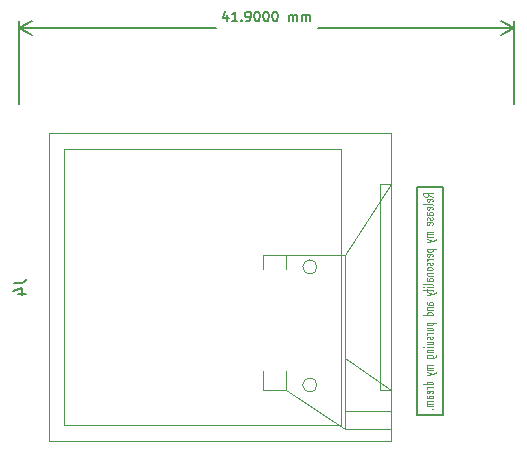
<source format=gbr>
%TF.GenerationSoftware,KiCad,Pcbnew,(6.0.0)*%
%TF.CreationDate,2022-02-08T22:33:11+08:00*%
%TF.ProjectId,screen,73637265-656e-42e6-9b69-6361645f7063,rev?*%
%TF.SameCoordinates,Original*%
%TF.FileFunction,Legend,Bot*%
%TF.FilePolarity,Positive*%
%FSLAX46Y46*%
G04 Gerber Fmt 4.6, Leading zero omitted, Abs format (unit mm)*
G04 Created by KiCad (PCBNEW (6.0.0)) date 2022-02-08 22:33:11*
%MOMM*%
%LPD*%
G01*
G04 APERTURE LIST*
%ADD10C,0.150000*%
%ADD11C,0.100000*%
%ADD12C,0.120000*%
G04 APERTURE END LIST*
D10*
X131155000Y-61530000D02*
X133365000Y-61530000D01*
X133365000Y-61530000D02*
X133365000Y-42230000D01*
X133365000Y-42230000D02*
X131155000Y-42230000D01*
X131155000Y-42230000D02*
X131155000Y-61530000D01*
D11*
X132526904Y-43022857D02*
X132145952Y-42856190D01*
X132526904Y-42737142D02*
X131726904Y-42737142D01*
X131726904Y-42927619D01*
X131765000Y-42975238D01*
X131803095Y-42999047D01*
X131879285Y-43022857D01*
X131993571Y-43022857D01*
X132069761Y-42999047D01*
X132107857Y-42975238D01*
X132145952Y-42927619D01*
X132145952Y-42737142D01*
X132488809Y-43427619D02*
X132526904Y-43380000D01*
X132526904Y-43284761D01*
X132488809Y-43237142D01*
X132412619Y-43213333D01*
X132107857Y-43213333D01*
X132031666Y-43237142D01*
X131993571Y-43284761D01*
X131993571Y-43380000D01*
X132031666Y-43427619D01*
X132107857Y-43451428D01*
X132184047Y-43451428D01*
X132260238Y-43213333D01*
X132526904Y-43737142D02*
X132488809Y-43689523D01*
X132412619Y-43665714D01*
X131726904Y-43665714D01*
X132488809Y-44118095D02*
X132526904Y-44070476D01*
X132526904Y-43975238D01*
X132488809Y-43927619D01*
X132412619Y-43903809D01*
X132107857Y-43903809D01*
X132031666Y-43927619D01*
X131993571Y-43975238D01*
X131993571Y-44070476D01*
X132031666Y-44118095D01*
X132107857Y-44141904D01*
X132184047Y-44141904D01*
X132260238Y-43903809D01*
X132526904Y-44570476D02*
X132107857Y-44570476D01*
X132031666Y-44546666D01*
X131993571Y-44499047D01*
X131993571Y-44403809D01*
X132031666Y-44356190D01*
X132488809Y-44570476D02*
X132526904Y-44522857D01*
X132526904Y-44403809D01*
X132488809Y-44356190D01*
X132412619Y-44332380D01*
X132336428Y-44332380D01*
X132260238Y-44356190D01*
X132222142Y-44403809D01*
X132222142Y-44522857D01*
X132184047Y-44570476D01*
X132488809Y-44784761D02*
X132526904Y-44832380D01*
X132526904Y-44927619D01*
X132488809Y-44975238D01*
X132412619Y-44999047D01*
X132374523Y-44999047D01*
X132298333Y-44975238D01*
X132260238Y-44927619D01*
X132260238Y-44856190D01*
X132222142Y-44808571D01*
X132145952Y-44784761D01*
X132107857Y-44784761D01*
X132031666Y-44808571D01*
X131993571Y-44856190D01*
X131993571Y-44927619D01*
X132031666Y-44975238D01*
X132488809Y-45403809D02*
X132526904Y-45356190D01*
X132526904Y-45260952D01*
X132488809Y-45213333D01*
X132412619Y-45189523D01*
X132107857Y-45189523D01*
X132031666Y-45213333D01*
X131993571Y-45260952D01*
X131993571Y-45356190D01*
X132031666Y-45403809D01*
X132107857Y-45427619D01*
X132184047Y-45427619D01*
X132260238Y-45189523D01*
X132526904Y-46022857D02*
X131993571Y-46022857D01*
X132069761Y-46022857D02*
X132031666Y-46046666D01*
X131993571Y-46094285D01*
X131993571Y-46165714D01*
X132031666Y-46213333D01*
X132107857Y-46237142D01*
X132526904Y-46237142D01*
X132107857Y-46237142D02*
X132031666Y-46260952D01*
X131993571Y-46308571D01*
X131993571Y-46380000D01*
X132031666Y-46427619D01*
X132107857Y-46451428D01*
X132526904Y-46451428D01*
X131993571Y-46641904D02*
X132526904Y-46760952D01*
X131993571Y-46880000D02*
X132526904Y-46760952D01*
X132717380Y-46713333D01*
X132755476Y-46689523D01*
X132793571Y-46641904D01*
X131993571Y-47451428D02*
X132793571Y-47451428D01*
X132031666Y-47451428D02*
X131993571Y-47499047D01*
X131993571Y-47594285D01*
X132031666Y-47641904D01*
X132069761Y-47665714D01*
X132145952Y-47689523D01*
X132374523Y-47689523D01*
X132450714Y-47665714D01*
X132488809Y-47641904D01*
X132526904Y-47594285D01*
X132526904Y-47499047D01*
X132488809Y-47451428D01*
X132488809Y-48094285D02*
X132526904Y-48046666D01*
X132526904Y-47951428D01*
X132488809Y-47903809D01*
X132412619Y-47880000D01*
X132107857Y-47880000D01*
X132031666Y-47903809D01*
X131993571Y-47951428D01*
X131993571Y-48046666D01*
X132031666Y-48094285D01*
X132107857Y-48118095D01*
X132184047Y-48118095D01*
X132260238Y-47880000D01*
X132526904Y-48332380D02*
X131993571Y-48332380D01*
X132145952Y-48332380D02*
X132069761Y-48356190D01*
X132031666Y-48380000D01*
X131993571Y-48427619D01*
X131993571Y-48475238D01*
X132488809Y-48618095D02*
X132526904Y-48665714D01*
X132526904Y-48760952D01*
X132488809Y-48808571D01*
X132412619Y-48832380D01*
X132374523Y-48832380D01*
X132298333Y-48808571D01*
X132260238Y-48760952D01*
X132260238Y-48689523D01*
X132222142Y-48641904D01*
X132145952Y-48618095D01*
X132107857Y-48618095D01*
X132031666Y-48641904D01*
X131993571Y-48689523D01*
X131993571Y-48760952D01*
X132031666Y-48808571D01*
X132526904Y-49118095D02*
X132488809Y-49070476D01*
X132450714Y-49046666D01*
X132374523Y-49022857D01*
X132145952Y-49022857D01*
X132069761Y-49046666D01*
X132031666Y-49070476D01*
X131993571Y-49118095D01*
X131993571Y-49189523D01*
X132031666Y-49237142D01*
X132069761Y-49260952D01*
X132145952Y-49284761D01*
X132374523Y-49284761D01*
X132450714Y-49260952D01*
X132488809Y-49237142D01*
X132526904Y-49189523D01*
X132526904Y-49118095D01*
X131993571Y-49499047D02*
X132526904Y-49499047D01*
X132069761Y-49499047D02*
X132031666Y-49522857D01*
X131993571Y-49570476D01*
X131993571Y-49641904D01*
X132031666Y-49689523D01*
X132107857Y-49713333D01*
X132526904Y-49713333D01*
X132526904Y-50165714D02*
X132107857Y-50165714D01*
X132031666Y-50141904D01*
X131993571Y-50094285D01*
X131993571Y-49999047D01*
X132031666Y-49951428D01*
X132488809Y-50165714D02*
X132526904Y-50118095D01*
X132526904Y-49999047D01*
X132488809Y-49951428D01*
X132412619Y-49927619D01*
X132336428Y-49927619D01*
X132260238Y-49951428D01*
X132222142Y-49999047D01*
X132222142Y-50118095D01*
X132184047Y-50165714D01*
X132526904Y-50475238D02*
X132488809Y-50427619D01*
X132412619Y-50403809D01*
X131726904Y-50403809D01*
X132526904Y-50665714D02*
X131993571Y-50665714D01*
X131726904Y-50665714D02*
X131765000Y-50641904D01*
X131803095Y-50665714D01*
X131765000Y-50689523D01*
X131726904Y-50665714D01*
X131803095Y-50665714D01*
X131993571Y-50832380D02*
X131993571Y-51022857D01*
X131726904Y-50903809D02*
X132412619Y-50903809D01*
X132488809Y-50927619D01*
X132526904Y-50975238D01*
X132526904Y-51022857D01*
X131993571Y-51141904D02*
X132526904Y-51260952D01*
X131993571Y-51380000D02*
X132526904Y-51260952D01*
X132717380Y-51213333D01*
X132755476Y-51189523D01*
X132793571Y-51141904D01*
X132526904Y-52165714D02*
X132107857Y-52165714D01*
X132031666Y-52141904D01*
X131993571Y-52094285D01*
X131993571Y-51999047D01*
X132031666Y-51951428D01*
X132488809Y-52165714D02*
X132526904Y-52118095D01*
X132526904Y-51999047D01*
X132488809Y-51951428D01*
X132412619Y-51927619D01*
X132336428Y-51927619D01*
X132260238Y-51951428D01*
X132222142Y-51999047D01*
X132222142Y-52118095D01*
X132184047Y-52165714D01*
X131993571Y-52403809D02*
X132526904Y-52403809D01*
X132069761Y-52403809D02*
X132031666Y-52427619D01*
X131993571Y-52475238D01*
X131993571Y-52546666D01*
X132031666Y-52594285D01*
X132107857Y-52618095D01*
X132526904Y-52618095D01*
X132526904Y-53070476D02*
X131726904Y-53070476D01*
X132488809Y-53070476D02*
X132526904Y-53022857D01*
X132526904Y-52927619D01*
X132488809Y-52879999D01*
X132450714Y-52856190D01*
X132374523Y-52832380D01*
X132145952Y-52832380D01*
X132069761Y-52856190D01*
X132031666Y-52879999D01*
X131993571Y-52927619D01*
X131993571Y-53022857D01*
X132031666Y-53070476D01*
X131993571Y-53689523D02*
X132793571Y-53689523D01*
X132031666Y-53689523D02*
X131993571Y-53737142D01*
X131993571Y-53832380D01*
X132031666Y-53879999D01*
X132069761Y-53903809D01*
X132145952Y-53927619D01*
X132374523Y-53927619D01*
X132450714Y-53903809D01*
X132488809Y-53879999D01*
X132526904Y-53832380D01*
X132526904Y-53737142D01*
X132488809Y-53689523D01*
X131993571Y-54356190D02*
X132526904Y-54356190D01*
X131993571Y-54141904D02*
X132412619Y-54141904D01*
X132488809Y-54165714D01*
X132526904Y-54213333D01*
X132526904Y-54284761D01*
X132488809Y-54332380D01*
X132450714Y-54356190D01*
X132526904Y-54594285D02*
X131993571Y-54594285D01*
X132145952Y-54594285D02*
X132069761Y-54618095D01*
X132031666Y-54641904D01*
X131993571Y-54689523D01*
X131993571Y-54737142D01*
X132488809Y-54879999D02*
X132526904Y-54927619D01*
X132526904Y-55022857D01*
X132488809Y-55070476D01*
X132412619Y-55094285D01*
X132374523Y-55094285D01*
X132298333Y-55070476D01*
X132260238Y-55022857D01*
X132260238Y-54951428D01*
X132222142Y-54903809D01*
X132145952Y-54879999D01*
X132107857Y-54879999D01*
X132031666Y-54903809D01*
X131993571Y-54951428D01*
X131993571Y-55022857D01*
X132031666Y-55070476D01*
X131993571Y-55522857D02*
X132526904Y-55522857D01*
X131993571Y-55308571D02*
X132412619Y-55308571D01*
X132488809Y-55332380D01*
X132526904Y-55379999D01*
X132526904Y-55451428D01*
X132488809Y-55499047D01*
X132450714Y-55522857D01*
X132526904Y-55760952D02*
X131993571Y-55760952D01*
X131726904Y-55760952D02*
X131765000Y-55737142D01*
X131803095Y-55760952D01*
X131765000Y-55784761D01*
X131726904Y-55760952D01*
X131803095Y-55760952D01*
X131993571Y-55999047D02*
X132526904Y-55999047D01*
X132069761Y-55999047D02*
X132031666Y-56022857D01*
X131993571Y-56070476D01*
X131993571Y-56141904D01*
X132031666Y-56189523D01*
X132107857Y-56213333D01*
X132526904Y-56213333D01*
X131993571Y-56665714D02*
X132641190Y-56665714D01*
X132717380Y-56641904D01*
X132755476Y-56618095D01*
X132793571Y-56570476D01*
X132793571Y-56499047D01*
X132755476Y-56451428D01*
X132488809Y-56665714D02*
X132526904Y-56618095D01*
X132526904Y-56522857D01*
X132488809Y-56475238D01*
X132450714Y-56451428D01*
X132374523Y-56427619D01*
X132145952Y-56427619D01*
X132069761Y-56451428D01*
X132031666Y-56475238D01*
X131993571Y-56522857D01*
X131993571Y-56618095D01*
X132031666Y-56665714D01*
X132526904Y-57284761D02*
X131993571Y-57284761D01*
X132069761Y-57284761D02*
X132031666Y-57308571D01*
X131993571Y-57356190D01*
X131993571Y-57427619D01*
X132031666Y-57475238D01*
X132107857Y-57499047D01*
X132526904Y-57499047D01*
X132107857Y-57499047D02*
X132031666Y-57522857D01*
X131993571Y-57570476D01*
X131993571Y-57641904D01*
X132031666Y-57689523D01*
X132107857Y-57713333D01*
X132526904Y-57713333D01*
X131993571Y-57903809D02*
X132526904Y-58022857D01*
X131993571Y-58141904D02*
X132526904Y-58022857D01*
X132717380Y-57975238D01*
X132755476Y-57951428D01*
X132793571Y-57903809D01*
X132526904Y-58927619D02*
X131726904Y-58927619D01*
X132488809Y-58927619D02*
X132526904Y-58879999D01*
X132526904Y-58784761D01*
X132488809Y-58737142D01*
X132450714Y-58713333D01*
X132374523Y-58689523D01*
X132145952Y-58689523D01*
X132069761Y-58713333D01*
X132031666Y-58737142D01*
X131993571Y-58784761D01*
X131993571Y-58879999D01*
X132031666Y-58927619D01*
X132526904Y-59165714D02*
X131993571Y-59165714D01*
X132145952Y-59165714D02*
X132069761Y-59189523D01*
X132031666Y-59213333D01*
X131993571Y-59260952D01*
X131993571Y-59308571D01*
X132488809Y-59665714D02*
X132526904Y-59618095D01*
X132526904Y-59522857D01*
X132488809Y-59475238D01*
X132412619Y-59451428D01*
X132107857Y-59451428D01*
X132031666Y-59475238D01*
X131993571Y-59522857D01*
X131993571Y-59618095D01*
X132031666Y-59665714D01*
X132107857Y-59689523D01*
X132184047Y-59689523D01*
X132260238Y-59451428D01*
X132526904Y-60118095D02*
X132107857Y-60118095D01*
X132031666Y-60094285D01*
X131993571Y-60046666D01*
X131993571Y-59951428D01*
X132031666Y-59903809D01*
X132488809Y-60118095D02*
X132526904Y-60070476D01*
X132526904Y-59951428D01*
X132488809Y-59903809D01*
X132412619Y-59879999D01*
X132336428Y-59879999D01*
X132260238Y-59903809D01*
X132222142Y-59951428D01*
X132222142Y-60070476D01*
X132184047Y-60118095D01*
X132526904Y-60356190D02*
X131993571Y-60356190D01*
X132069761Y-60356190D02*
X132031666Y-60379999D01*
X131993571Y-60427619D01*
X131993571Y-60499047D01*
X132031666Y-60546666D01*
X132107857Y-60570476D01*
X132526904Y-60570476D01*
X132107857Y-60570476D02*
X132031666Y-60594285D01*
X131993571Y-60641904D01*
X131993571Y-60713333D01*
X132031666Y-60760952D01*
X132107857Y-60784761D01*
X132526904Y-60784761D01*
X132450714Y-61022857D02*
X132488809Y-61046666D01*
X132526904Y-61022857D01*
X132488809Y-60999047D01*
X132450714Y-61022857D01*
X132526904Y-61022857D01*
D10*
X115130714Y-27628571D02*
X115130714Y-28161904D01*
X114940238Y-27323809D02*
X114749761Y-27895238D01*
X115245000Y-27895238D01*
X115968809Y-28161904D02*
X115511666Y-28161904D01*
X115740238Y-28161904D02*
X115740238Y-27361904D01*
X115664047Y-27476190D01*
X115587857Y-27552380D01*
X115511666Y-27590476D01*
X116311666Y-28085714D02*
X116349761Y-28123809D01*
X116311666Y-28161904D01*
X116273571Y-28123809D01*
X116311666Y-28085714D01*
X116311666Y-28161904D01*
X116730714Y-28161904D02*
X116883095Y-28161904D01*
X116959285Y-28123809D01*
X116997380Y-28085714D01*
X117073571Y-27971428D01*
X117111666Y-27819047D01*
X117111666Y-27514285D01*
X117073571Y-27438095D01*
X117035476Y-27400000D01*
X116959285Y-27361904D01*
X116806904Y-27361904D01*
X116730714Y-27400000D01*
X116692619Y-27438095D01*
X116654523Y-27514285D01*
X116654523Y-27704761D01*
X116692619Y-27780952D01*
X116730714Y-27819047D01*
X116806904Y-27857142D01*
X116959285Y-27857142D01*
X117035476Y-27819047D01*
X117073571Y-27780952D01*
X117111666Y-27704761D01*
X117606904Y-27361904D02*
X117683095Y-27361904D01*
X117759285Y-27400000D01*
X117797380Y-27438095D01*
X117835476Y-27514285D01*
X117873571Y-27666666D01*
X117873571Y-27857142D01*
X117835476Y-28009523D01*
X117797380Y-28085714D01*
X117759285Y-28123809D01*
X117683095Y-28161904D01*
X117606904Y-28161904D01*
X117530714Y-28123809D01*
X117492619Y-28085714D01*
X117454523Y-28009523D01*
X117416428Y-27857142D01*
X117416428Y-27666666D01*
X117454523Y-27514285D01*
X117492619Y-27438095D01*
X117530714Y-27400000D01*
X117606904Y-27361904D01*
X118368809Y-27361904D02*
X118445000Y-27361904D01*
X118521190Y-27400000D01*
X118559285Y-27438095D01*
X118597380Y-27514285D01*
X118635476Y-27666666D01*
X118635476Y-27857142D01*
X118597380Y-28009523D01*
X118559285Y-28085714D01*
X118521190Y-28123809D01*
X118445000Y-28161904D01*
X118368809Y-28161904D01*
X118292619Y-28123809D01*
X118254523Y-28085714D01*
X118216428Y-28009523D01*
X118178333Y-27857142D01*
X118178333Y-27666666D01*
X118216428Y-27514285D01*
X118254523Y-27438095D01*
X118292619Y-27400000D01*
X118368809Y-27361904D01*
X119130714Y-27361904D02*
X119206904Y-27361904D01*
X119283095Y-27400000D01*
X119321190Y-27438095D01*
X119359285Y-27514285D01*
X119397380Y-27666666D01*
X119397380Y-27857142D01*
X119359285Y-28009523D01*
X119321190Y-28085714D01*
X119283095Y-28123809D01*
X119206904Y-28161904D01*
X119130714Y-28161904D01*
X119054523Y-28123809D01*
X119016428Y-28085714D01*
X118978333Y-28009523D01*
X118940238Y-27857142D01*
X118940238Y-27666666D01*
X118978333Y-27514285D01*
X119016428Y-27438095D01*
X119054523Y-27400000D01*
X119130714Y-27361904D01*
X120349761Y-28161904D02*
X120349761Y-27628571D01*
X120349761Y-27704761D02*
X120387857Y-27666666D01*
X120464047Y-27628571D01*
X120578333Y-27628571D01*
X120654523Y-27666666D01*
X120692619Y-27742857D01*
X120692619Y-28161904D01*
X120692619Y-27742857D02*
X120730714Y-27666666D01*
X120806904Y-27628571D01*
X120921190Y-27628571D01*
X120997380Y-27666666D01*
X121035476Y-27742857D01*
X121035476Y-28161904D01*
X121416428Y-28161904D02*
X121416428Y-27628571D01*
X121416428Y-27704761D02*
X121454523Y-27666666D01*
X121530714Y-27628571D01*
X121645000Y-27628571D01*
X121721190Y-27666666D01*
X121759285Y-27742857D01*
X121759285Y-28161904D01*
X121759285Y-27742857D02*
X121797380Y-27666666D01*
X121873571Y-27628571D01*
X121987857Y-27628571D01*
X122064047Y-27666666D01*
X122102142Y-27742857D01*
X122102142Y-28161904D01*
X97495000Y-35180000D02*
X97495000Y-28163580D01*
X139395000Y-35180000D02*
X139395000Y-28163580D01*
X97495000Y-28750000D02*
X114122381Y-28750000D01*
X122767619Y-28750000D02*
X139395000Y-28750000D01*
X97495000Y-28750000D02*
X98621504Y-29336421D01*
X97495000Y-28750000D02*
X98621504Y-28163579D01*
X139395000Y-28750000D02*
X138268496Y-28163579D01*
X139395000Y-28750000D02*
X138268496Y-29336421D01*
%TO.C,J4*%
X97057380Y-50346666D02*
X97771666Y-50346666D01*
X97914523Y-50299047D01*
X98009761Y-50203809D01*
X98057380Y-50060952D01*
X98057380Y-49965714D01*
X97390714Y-51251428D02*
X98057380Y-51251428D01*
X97009761Y-51013333D02*
X97724047Y-50775238D01*
X97724047Y-51394285D01*
D12*
X129005000Y-59380000D02*
X125105000Y-56680000D01*
X129005000Y-61180000D02*
X125105000Y-61180000D01*
X120105000Y-47980000D02*
X125105000Y-47980000D01*
X120105000Y-57780000D02*
X120105000Y-59380000D01*
X120105000Y-47980000D02*
X118105000Y-47980000D01*
X120105000Y-47980000D02*
X120105000Y-49180000D01*
X129005000Y-41980000D02*
X125105000Y-47980000D01*
X118105000Y-47980000D02*
X118105000Y-49180000D01*
X120105000Y-59380000D02*
X118105000Y-59380000D01*
X125105000Y-62680000D02*
X129005000Y-62680000D01*
X125105000Y-47980000D02*
X125105000Y-62680000D01*
X118105000Y-59380000D02*
X118105000Y-57780000D01*
X125105000Y-62680000D02*
X120105000Y-59380000D01*
X129005000Y-41980000D02*
X128005000Y-41980000D01*
X128005000Y-41980000D02*
X128005000Y-59380000D01*
X128005000Y-59380000D02*
X129005000Y-59380000D01*
X129005000Y-59380000D02*
X129005000Y-41980000D01*
X100005000Y-37680000D02*
X129005000Y-37680000D01*
X129005000Y-37680000D02*
X129005000Y-63680000D01*
X129005000Y-63680000D02*
X100005000Y-63680000D01*
X100005000Y-63680000D02*
X100005000Y-37680000D01*
X124705000Y-38980000D02*
X101305000Y-38980000D01*
X101305000Y-38980000D02*
X101305000Y-62380000D01*
X101305000Y-62380000D02*
X124705000Y-62380000D01*
X124705000Y-62380000D02*
X124705000Y-38980000D01*
X122705000Y-48980000D02*
G75*
G03*
X122705000Y-48980000I-600000J0D01*
G01*
X122705000Y-58980000D02*
G75*
G03*
X122705000Y-58980000I-600000J0D01*
G01*
%TD*%
M02*

</source>
